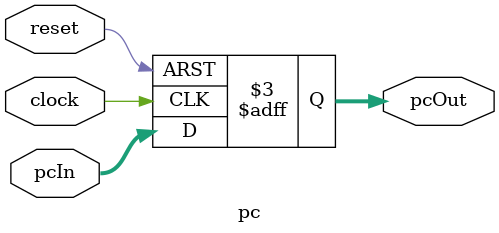
<source format=v>
module pc(clock, reset, pcIn, pcOut);
	input clock, reset;
	input [31:0] pcIn;
	output [31:0] pcOut;
	reg [31:0] pcOut;
	
	
	initial
   begin
			pcOut=32'd0;
   end
	
	
	always @ (posedge clock or posedge reset)
	begin
		if(reset)
			pcOut<=32'd0;
		else
			pcOut<=pcIn;
	end
	
	
endmodule

</source>
